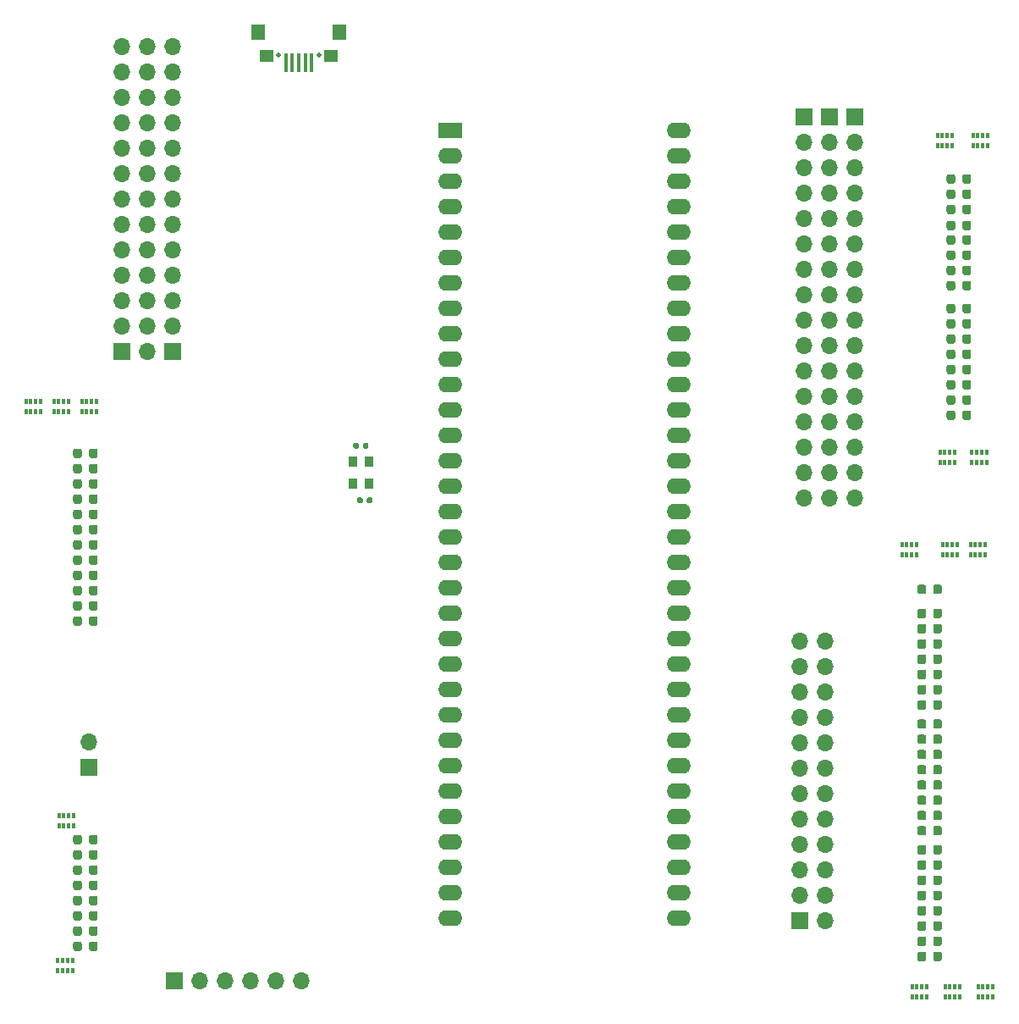
<source format=gbr>
%TF.GenerationSoftware,KiCad,Pcbnew,(5.1.7)-1*%
%TF.CreationDate,2021-06-19T19:49:30+01:00*%
%TF.ProjectId,PistormTester,50697374-6f72-46d5-9465-737465722e6b,rev?*%
%TF.SameCoordinates,Original*%
%TF.FileFunction,Soldermask,Top*%
%TF.FilePolarity,Negative*%
%FSLAX46Y46*%
G04 Gerber Fmt 4.6, Leading zero omitted, Abs format (unit mm)*
G04 Created by KiCad (PCBNEW (5.1.7)-1) date 2021-06-19 19:49:30*
%MOMM*%
%LPD*%
G01*
G04 APERTURE LIST*
%ADD10R,1.700000X1.700000*%
%ADD11O,1.700000X1.700000*%
%ADD12R,0.400000X1.900000*%
%ADD13C,0.500000*%
%ADD14R,1.400000X1.200000*%
%ADD15R,1.400000X1.600000*%
%ADD16R,1.400000X1.500000*%
%ADD17R,0.320000X0.500000*%
%ADD18R,0.900000X1.000000*%
%ADD19R,2.400000X1.600000*%
%ADD20O,2.400000X1.600000*%
G04 APERTURE END LIST*
D10*
%TO.C,J2*%
X163830000Y-147320000D03*
D11*
X166370000Y-147320000D03*
X163830000Y-144780000D03*
X166370000Y-144780000D03*
X163830000Y-142240000D03*
X166370000Y-142240000D03*
X163830000Y-139700000D03*
X166370000Y-139700000D03*
X163830000Y-137160000D03*
X166370000Y-137160000D03*
X163830000Y-134620000D03*
X166370000Y-134620000D03*
X163830000Y-132080000D03*
X166370000Y-132080000D03*
X163830000Y-129540000D03*
X166370000Y-129540000D03*
X163830000Y-127000000D03*
X166370000Y-127000000D03*
X163830000Y-124460000D03*
X166370000Y-124460000D03*
X163830000Y-121920000D03*
X166370000Y-121920000D03*
X163830000Y-119380000D03*
X166370000Y-119380000D03*
%TD*%
%TO.C,C1*%
G36*
G01*
X120088000Y-99992000D02*
X120088000Y-99652000D01*
G75*
G02*
X120228000Y-99512000I140000J0D01*
G01*
X120508000Y-99512000D01*
G75*
G02*
X120648000Y-99652000I0J-140000D01*
G01*
X120648000Y-99992000D01*
G75*
G02*
X120508000Y-100132000I-140000J0D01*
G01*
X120228000Y-100132000D01*
G75*
G02*
X120088000Y-99992000I0J140000D01*
G01*
G37*
G36*
G01*
X119128000Y-99992000D02*
X119128000Y-99652000D01*
G75*
G02*
X119268000Y-99512000I140000J0D01*
G01*
X119548000Y-99512000D01*
G75*
G02*
X119688000Y-99652000I0J-140000D01*
G01*
X119688000Y-99992000D01*
G75*
G02*
X119548000Y-100132000I-140000J0D01*
G01*
X119268000Y-100132000D01*
G75*
G02*
X119128000Y-99992000I0J140000D01*
G01*
G37*
%TD*%
%TO.C,C2*%
G36*
G01*
X121029000Y-105113000D02*
X121029000Y-105453000D01*
G75*
G02*
X120889000Y-105593000I-140000J0D01*
G01*
X120609000Y-105593000D01*
G75*
G02*
X120469000Y-105453000I0J140000D01*
G01*
X120469000Y-105113000D01*
G75*
G02*
X120609000Y-104973000I140000J0D01*
G01*
X120889000Y-104973000D01*
G75*
G02*
X121029000Y-105113000I0J-140000D01*
G01*
G37*
G36*
G01*
X120069000Y-105113000D02*
X120069000Y-105453000D01*
G75*
G02*
X119929000Y-105593000I-140000J0D01*
G01*
X119649000Y-105593000D01*
G75*
G02*
X119509000Y-105453000I0J140000D01*
G01*
X119509000Y-105113000D01*
G75*
G02*
X119649000Y-104973000I140000J0D01*
G01*
X119929000Y-104973000D01*
G75*
G02*
X120069000Y-105113000I0J-140000D01*
G01*
G37*
%TD*%
%TO.C,D1*%
G36*
G01*
X176434000Y-150619750D02*
X176434000Y-151132250D01*
G75*
G02*
X176215250Y-151351000I-218750J0D01*
G01*
X175777750Y-151351000D01*
G75*
G02*
X175559000Y-151132250I0J218750D01*
G01*
X175559000Y-150619750D01*
G75*
G02*
X175777750Y-150401000I218750J0D01*
G01*
X176215250Y-150401000D01*
G75*
G02*
X176434000Y-150619750I0J-218750D01*
G01*
G37*
G36*
G01*
X178009000Y-150619750D02*
X178009000Y-151132250D01*
G75*
G02*
X177790250Y-151351000I-218750J0D01*
G01*
X177352750Y-151351000D01*
G75*
G02*
X177134000Y-151132250I0J218750D01*
G01*
X177134000Y-150619750D01*
G75*
G02*
X177352750Y-150401000I218750J0D01*
G01*
X177790250Y-150401000D01*
G75*
G02*
X178009000Y-150619750I0J-218750D01*
G01*
G37*
%TD*%
%TO.C,D2*%
G36*
G01*
X178009000Y-149095750D02*
X178009000Y-149608250D01*
G75*
G02*
X177790250Y-149827000I-218750J0D01*
G01*
X177352750Y-149827000D01*
G75*
G02*
X177134000Y-149608250I0J218750D01*
G01*
X177134000Y-149095750D01*
G75*
G02*
X177352750Y-148877000I218750J0D01*
G01*
X177790250Y-148877000D01*
G75*
G02*
X178009000Y-149095750I0J-218750D01*
G01*
G37*
G36*
G01*
X176434000Y-149095750D02*
X176434000Y-149608250D01*
G75*
G02*
X176215250Y-149827000I-218750J0D01*
G01*
X175777750Y-149827000D01*
G75*
G02*
X175559000Y-149608250I0J218750D01*
G01*
X175559000Y-149095750D01*
G75*
G02*
X175777750Y-148877000I218750J0D01*
G01*
X176215250Y-148877000D01*
G75*
G02*
X176434000Y-149095750I0J-218750D01*
G01*
G37*
%TD*%
%TO.C,D3*%
G36*
G01*
X176434000Y-147571750D02*
X176434000Y-148084250D01*
G75*
G02*
X176215250Y-148303000I-218750J0D01*
G01*
X175777750Y-148303000D01*
G75*
G02*
X175559000Y-148084250I0J218750D01*
G01*
X175559000Y-147571750D01*
G75*
G02*
X175777750Y-147353000I218750J0D01*
G01*
X176215250Y-147353000D01*
G75*
G02*
X176434000Y-147571750I0J-218750D01*
G01*
G37*
G36*
G01*
X178009000Y-147571750D02*
X178009000Y-148084250D01*
G75*
G02*
X177790250Y-148303000I-218750J0D01*
G01*
X177352750Y-148303000D01*
G75*
G02*
X177134000Y-148084250I0J218750D01*
G01*
X177134000Y-147571750D01*
G75*
G02*
X177352750Y-147353000I218750J0D01*
G01*
X177790250Y-147353000D01*
G75*
G02*
X178009000Y-147571750I0J-218750D01*
G01*
G37*
%TD*%
%TO.C,D4*%
G36*
G01*
X178009000Y-146047750D02*
X178009000Y-146560250D01*
G75*
G02*
X177790250Y-146779000I-218750J0D01*
G01*
X177352750Y-146779000D01*
G75*
G02*
X177134000Y-146560250I0J218750D01*
G01*
X177134000Y-146047750D01*
G75*
G02*
X177352750Y-145829000I218750J0D01*
G01*
X177790250Y-145829000D01*
G75*
G02*
X178009000Y-146047750I0J-218750D01*
G01*
G37*
G36*
G01*
X176434000Y-146047750D02*
X176434000Y-146560250D01*
G75*
G02*
X176215250Y-146779000I-218750J0D01*
G01*
X175777750Y-146779000D01*
G75*
G02*
X175559000Y-146560250I0J218750D01*
G01*
X175559000Y-146047750D01*
G75*
G02*
X175777750Y-145829000I218750J0D01*
G01*
X176215250Y-145829000D01*
G75*
G02*
X176434000Y-146047750I0J-218750D01*
G01*
G37*
%TD*%
%TO.C,D5*%
G36*
G01*
X176434000Y-144523750D02*
X176434000Y-145036250D01*
G75*
G02*
X176215250Y-145255000I-218750J0D01*
G01*
X175777750Y-145255000D01*
G75*
G02*
X175559000Y-145036250I0J218750D01*
G01*
X175559000Y-144523750D01*
G75*
G02*
X175777750Y-144305000I218750J0D01*
G01*
X176215250Y-144305000D01*
G75*
G02*
X176434000Y-144523750I0J-218750D01*
G01*
G37*
G36*
G01*
X178009000Y-144523750D02*
X178009000Y-145036250D01*
G75*
G02*
X177790250Y-145255000I-218750J0D01*
G01*
X177352750Y-145255000D01*
G75*
G02*
X177134000Y-145036250I0J218750D01*
G01*
X177134000Y-144523750D01*
G75*
G02*
X177352750Y-144305000I218750J0D01*
G01*
X177790250Y-144305000D01*
G75*
G02*
X178009000Y-144523750I0J-218750D01*
G01*
G37*
%TD*%
%TO.C,D6*%
G36*
G01*
X178009000Y-142999750D02*
X178009000Y-143512250D01*
G75*
G02*
X177790250Y-143731000I-218750J0D01*
G01*
X177352750Y-143731000D01*
G75*
G02*
X177134000Y-143512250I0J218750D01*
G01*
X177134000Y-142999750D01*
G75*
G02*
X177352750Y-142781000I218750J0D01*
G01*
X177790250Y-142781000D01*
G75*
G02*
X178009000Y-142999750I0J-218750D01*
G01*
G37*
G36*
G01*
X176434000Y-142999750D02*
X176434000Y-143512250D01*
G75*
G02*
X176215250Y-143731000I-218750J0D01*
G01*
X175777750Y-143731000D01*
G75*
G02*
X175559000Y-143512250I0J218750D01*
G01*
X175559000Y-142999750D01*
G75*
G02*
X175777750Y-142781000I218750J0D01*
G01*
X176215250Y-142781000D01*
G75*
G02*
X176434000Y-142999750I0J-218750D01*
G01*
G37*
%TD*%
%TO.C,D7*%
G36*
G01*
X176434000Y-141475750D02*
X176434000Y-141988250D01*
G75*
G02*
X176215250Y-142207000I-218750J0D01*
G01*
X175777750Y-142207000D01*
G75*
G02*
X175559000Y-141988250I0J218750D01*
G01*
X175559000Y-141475750D01*
G75*
G02*
X175777750Y-141257000I218750J0D01*
G01*
X176215250Y-141257000D01*
G75*
G02*
X176434000Y-141475750I0J-218750D01*
G01*
G37*
G36*
G01*
X178009000Y-141475750D02*
X178009000Y-141988250D01*
G75*
G02*
X177790250Y-142207000I-218750J0D01*
G01*
X177352750Y-142207000D01*
G75*
G02*
X177134000Y-141988250I0J218750D01*
G01*
X177134000Y-141475750D01*
G75*
G02*
X177352750Y-141257000I218750J0D01*
G01*
X177790250Y-141257000D01*
G75*
G02*
X178009000Y-141475750I0J-218750D01*
G01*
G37*
%TD*%
%TO.C,D8*%
G36*
G01*
X178009000Y-139951750D02*
X178009000Y-140464250D01*
G75*
G02*
X177790250Y-140683000I-218750J0D01*
G01*
X177352750Y-140683000D01*
G75*
G02*
X177134000Y-140464250I0J218750D01*
G01*
X177134000Y-139951750D01*
G75*
G02*
X177352750Y-139733000I218750J0D01*
G01*
X177790250Y-139733000D01*
G75*
G02*
X178009000Y-139951750I0J-218750D01*
G01*
G37*
G36*
G01*
X176434000Y-139951750D02*
X176434000Y-140464250D01*
G75*
G02*
X176215250Y-140683000I-218750J0D01*
G01*
X175777750Y-140683000D01*
G75*
G02*
X175559000Y-140464250I0J218750D01*
G01*
X175559000Y-139951750D01*
G75*
G02*
X175777750Y-139733000I218750J0D01*
G01*
X176215250Y-139733000D01*
G75*
G02*
X176434000Y-139951750I0J-218750D01*
G01*
G37*
%TD*%
%TO.C,D9*%
G36*
G01*
X176434000Y-138046750D02*
X176434000Y-138559250D01*
G75*
G02*
X176215250Y-138778000I-218750J0D01*
G01*
X175777750Y-138778000D01*
G75*
G02*
X175559000Y-138559250I0J218750D01*
G01*
X175559000Y-138046750D01*
G75*
G02*
X175777750Y-137828000I218750J0D01*
G01*
X176215250Y-137828000D01*
G75*
G02*
X176434000Y-138046750I0J-218750D01*
G01*
G37*
G36*
G01*
X178009000Y-138046750D02*
X178009000Y-138559250D01*
G75*
G02*
X177790250Y-138778000I-218750J0D01*
G01*
X177352750Y-138778000D01*
G75*
G02*
X177134000Y-138559250I0J218750D01*
G01*
X177134000Y-138046750D01*
G75*
G02*
X177352750Y-137828000I218750J0D01*
G01*
X177790250Y-137828000D01*
G75*
G02*
X178009000Y-138046750I0J-218750D01*
G01*
G37*
%TD*%
%TO.C,D10*%
G36*
G01*
X178009000Y-136522750D02*
X178009000Y-137035250D01*
G75*
G02*
X177790250Y-137254000I-218750J0D01*
G01*
X177352750Y-137254000D01*
G75*
G02*
X177134000Y-137035250I0J218750D01*
G01*
X177134000Y-136522750D01*
G75*
G02*
X177352750Y-136304000I218750J0D01*
G01*
X177790250Y-136304000D01*
G75*
G02*
X178009000Y-136522750I0J-218750D01*
G01*
G37*
G36*
G01*
X176434000Y-136522750D02*
X176434000Y-137035250D01*
G75*
G02*
X176215250Y-137254000I-218750J0D01*
G01*
X175777750Y-137254000D01*
G75*
G02*
X175559000Y-137035250I0J218750D01*
G01*
X175559000Y-136522750D01*
G75*
G02*
X175777750Y-136304000I218750J0D01*
G01*
X176215250Y-136304000D01*
G75*
G02*
X176434000Y-136522750I0J-218750D01*
G01*
G37*
%TD*%
%TO.C,D11*%
G36*
G01*
X176434000Y-134998750D02*
X176434000Y-135511250D01*
G75*
G02*
X176215250Y-135730000I-218750J0D01*
G01*
X175777750Y-135730000D01*
G75*
G02*
X175559000Y-135511250I0J218750D01*
G01*
X175559000Y-134998750D01*
G75*
G02*
X175777750Y-134780000I218750J0D01*
G01*
X176215250Y-134780000D01*
G75*
G02*
X176434000Y-134998750I0J-218750D01*
G01*
G37*
G36*
G01*
X178009000Y-134998750D02*
X178009000Y-135511250D01*
G75*
G02*
X177790250Y-135730000I-218750J0D01*
G01*
X177352750Y-135730000D01*
G75*
G02*
X177134000Y-135511250I0J218750D01*
G01*
X177134000Y-134998750D01*
G75*
G02*
X177352750Y-134780000I218750J0D01*
G01*
X177790250Y-134780000D01*
G75*
G02*
X178009000Y-134998750I0J-218750D01*
G01*
G37*
%TD*%
%TO.C,D12*%
G36*
G01*
X178009000Y-133474750D02*
X178009000Y-133987250D01*
G75*
G02*
X177790250Y-134206000I-218750J0D01*
G01*
X177352750Y-134206000D01*
G75*
G02*
X177134000Y-133987250I0J218750D01*
G01*
X177134000Y-133474750D01*
G75*
G02*
X177352750Y-133256000I218750J0D01*
G01*
X177790250Y-133256000D01*
G75*
G02*
X178009000Y-133474750I0J-218750D01*
G01*
G37*
G36*
G01*
X176434000Y-133474750D02*
X176434000Y-133987250D01*
G75*
G02*
X176215250Y-134206000I-218750J0D01*
G01*
X175777750Y-134206000D01*
G75*
G02*
X175559000Y-133987250I0J218750D01*
G01*
X175559000Y-133474750D01*
G75*
G02*
X175777750Y-133256000I218750J0D01*
G01*
X176215250Y-133256000D01*
G75*
G02*
X176434000Y-133474750I0J-218750D01*
G01*
G37*
%TD*%
%TO.C,D13*%
G36*
G01*
X176434000Y-131950750D02*
X176434000Y-132463250D01*
G75*
G02*
X176215250Y-132682000I-218750J0D01*
G01*
X175777750Y-132682000D01*
G75*
G02*
X175559000Y-132463250I0J218750D01*
G01*
X175559000Y-131950750D01*
G75*
G02*
X175777750Y-131732000I218750J0D01*
G01*
X176215250Y-131732000D01*
G75*
G02*
X176434000Y-131950750I0J-218750D01*
G01*
G37*
G36*
G01*
X178009000Y-131950750D02*
X178009000Y-132463250D01*
G75*
G02*
X177790250Y-132682000I-218750J0D01*
G01*
X177352750Y-132682000D01*
G75*
G02*
X177134000Y-132463250I0J218750D01*
G01*
X177134000Y-131950750D01*
G75*
G02*
X177352750Y-131732000I218750J0D01*
G01*
X177790250Y-131732000D01*
G75*
G02*
X178009000Y-131950750I0J-218750D01*
G01*
G37*
%TD*%
%TO.C,D14*%
G36*
G01*
X178009000Y-130426750D02*
X178009000Y-130939250D01*
G75*
G02*
X177790250Y-131158000I-218750J0D01*
G01*
X177352750Y-131158000D01*
G75*
G02*
X177134000Y-130939250I0J218750D01*
G01*
X177134000Y-130426750D01*
G75*
G02*
X177352750Y-130208000I218750J0D01*
G01*
X177790250Y-130208000D01*
G75*
G02*
X178009000Y-130426750I0J-218750D01*
G01*
G37*
G36*
G01*
X176434000Y-130426750D02*
X176434000Y-130939250D01*
G75*
G02*
X176215250Y-131158000I-218750J0D01*
G01*
X175777750Y-131158000D01*
G75*
G02*
X175559000Y-130939250I0J218750D01*
G01*
X175559000Y-130426750D01*
G75*
G02*
X175777750Y-130208000I218750J0D01*
G01*
X176215250Y-130208000D01*
G75*
G02*
X176434000Y-130426750I0J-218750D01*
G01*
G37*
%TD*%
%TO.C,D15*%
G36*
G01*
X176434000Y-128902750D02*
X176434000Y-129415250D01*
G75*
G02*
X176215250Y-129634000I-218750J0D01*
G01*
X175777750Y-129634000D01*
G75*
G02*
X175559000Y-129415250I0J218750D01*
G01*
X175559000Y-128902750D01*
G75*
G02*
X175777750Y-128684000I218750J0D01*
G01*
X176215250Y-128684000D01*
G75*
G02*
X176434000Y-128902750I0J-218750D01*
G01*
G37*
G36*
G01*
X178009000Y-128902750D02*
X178009000Y-129415250D01*
G75*
G02*
X177790250Y-129634000I-218750J0D01*
G01*
X177352750Y-129634000D01*
G75*
G02*
X177134000Y-129415250I0J218750D01*
G01*
X177134000Y-128902750D01*
G75*
G02*
X177352750Y-128684000I218750J0D01*
G01*
X177790250Y-128684000D01*
G75*
G02*
X178009000Y-128902750I0J-218750D01*
G01*
G37*
%TD*%
%TO.C,D16*%
G36*
G01*
X176434000Y-127378750D02*
X176434000Y-127891250D01*
G75*
G02*
X176215250Y-128110000I-218750J0D01*
G01*
X175777750Y-128110000D01*
G75*
G02*
X175559000Y-127891250I0J218750D01*
G01*
X175559000Y-127378750D01*
G75*
G02*
X175777750Y-127160000I218750J0D01*
G01*
X176215250Y-127160000D01*
G75*
G02*
X176434000Y-127378750I0J-218750D01*
G01*
G37*
G36*
G01*
X178009000Y-127378750D02*
X178009000Y-127891250D01*
G75*
G02*
X177790250Y-128110000I-218750J0D01*
G01*
X177352750Y-128110000D01*
G75*
G02*
X177134000Y-127891250I0J218750D01*
G01*
X177134000Y-127378750D01*
G75*
G02*
X177352750Y-127160000I218750J0D01*
G01*
X177790250Y-127160000D01*
G75*
G02*
X178009000Y-127378750I0J-218750D01*
G01*
G37*
%TD*%
%TO.C,D17*%
G36*
G01*
X178009000Y-125473750D02*
X178009000Y-125986250D01*
G75*
G02*
X177790250Y-126205000I-218750J0D01*
G01*
X177352750Y-126205000D01*
G75*
G02*
X177134000Y-125986250I0J218750D01*
G01*
X177134000Y-125473750D01*
G75*
G02*
X177352750Y-125255000I218750J0D01*
G01*
X177790250Y-125255000D01*
G75*
G02*
X178009000Y-125473750I0J-218750D01*
G01*
G37*
G36*
G01*
X176434000Y-125473750D02*
X176434000Y-125986250D01*
G75*
G02*
X176215250Y-126205000I-218750J0D01*
G01*
X175777750Y-126205000D01*
G75*
G02*
X175559000Y-125986250I0J218750D01*
G01*
X175559000Y-125473750D01*
G75*
G02*
X175777750Y-125255000I218750J0D01*
G01*
X176215250Y-125255000D01*
G75*
G02*
X176434000Y-125473750I0J-218750D01*
G01*
G37*
%TD*%
%TO.C,D18*%
G36*
G01*
X176434000Y-123949750D02*
X176434000Y-124462250D01*
G75*
G02*
X176215250Y-124681000I-218750J0D01*
G01*
X175777750Y-124681000D01*
G75*
G02*
X175559000Y-124462250I0J218750D01*
G01*
X175559000Y-123949750D01*
G75*
G02*
X175777750Y-123731000I218750J0D01*
G01*
X176215250Y-123731000D01*
G75*
G02*
X176434000Y-123949750I0J-218750D01*
G01*
G37*
G36*
G01*
X178009000Y-123949750D02*
X178009000Y-124462250D01*
G75*
G02*
X177790250Y-124681000I-218750J0D01*
G01*
X177352750Y-124681000D01*
G75*
G02*
X177134000Y-124462250I0J218750D01*
G01*
X177134000Y-123949750D01*
G75*
G02*
X177352750Y-123731000I218750J0D01*
G01*
X177790250Y-123731000D01*
G75*
G02*
X178009000Y-123949750I0J-218750D01*
G01*
G37*
%TD*%
%TO.C,D19*%
G36*
G01*
X178009000Y-122425750D02*
X178009000Y-122938250D01*
G75*
G02*
X177790250Y-123157000I-218750J0D01*
G01*
X177352750Y-123157000D01*
G75*
G02*
X177134000Y-122938250I0J218750D01*
G01*
X177134000Y-122425750D01*
G75*
G02*
X177352750Y-122207000I218750J0D01*
G01*
X177790250Y-122207000D01*
G75*
G02*
X178009000Y-122425750I0J-218750D01*
G01*
G37*
G36*
G01*
X176434000Y-122425750D02*
X176434000Y-122938250D01*
G75*
G02*
X176215250Y-123157000I-218750J0D01*
G01*
X175777750Y-123157000D01*
G75*
G02*
X175559000Y-122938250I0J218750D01*
G01*
X175559000Y-122425750D01*
G75*
G02*
X175777750Y-122207000I218750J0D01*
G01*
X176215250Y-122207000D01*
G75*
G02*
X176434000Y-122425750I0J-218750D01*
G01*
G37*
%TD*%
%TO.C,D20*%
G36*
G01*
X176434000Y-120901750D02*
X176434000Y-121414250D01*
G75*
G02*
X176215250Y-121633000I-218750J0D01*
G01*
X175777750Y-121633000D01*
G75*
G02*
X175559000Y-121414250I0J218750D01*
G01*
X175559000Y-120901750D01*
G75*
G02*
X175777750Y-120683000I218750J0D01*
G01*
X176215250Y-120683000D01*
G75*
G02*
X176434000Y-120901750I0J-218750D01*
G01*
G37*
G36*
G01*
X178009000Y-120901750D02*
X178009000Y-121414250D01*
G75*
G02*
X177790250Y-121633000I-218750J0D01*
G01*
X177352750Y-121633000D01*
G75*
G02*
X177134000Y-121414250I0J218750D01*
G01*
X177134000Y-120901750D01*
G75*
G02*
X177352750Y-120683000I218750J0D01*
G01*
X177790250Y-120683000D01*
G75*
G02*
X178009000Y-120901750I0J-218750D01*
G01*
G37*
%TD*%
%TO.C,D21*%
G36*
G01*
X178009000Y-119377750D02*
X178009000Y-119890250D01*
G75*
G02*
X177790250Y-120109000I-218750J0D01*
G01*
X177352750Y-120109000D01*
G75*
G02*
X177134000Y-119890250I0J218750D01*
G01*
X177134000Y-119377750D01*
G75*
G02*
X177352750Y-119159000I218750J0D01*
G01*
X177790250Y-119159000D01*
G75*
G02*
X178009000Y-119377750I0J-218750D01*
G01*
G37*
G36*
G01*
X176434000Y-119377750D02*
X176434000Y-119890250D01*
G75*
G02*
X176215250Y-120109000I-218750J0D01*
G01*
X175777750Y-120109000D01*
G75*
G02*
X175559000Y-119890250I0J218750D01*
G01*
X175559000Y-119377750D01*
G75*
G02*
X175777750Y-119159000I218750J0D01*
G01*
X176215250Y-119159000D01*
G75*
G02*
X176434000Y-119377750I0J-218750D01*
G01*
G37*
%TD*%
%TO.C,D22*%
G36*
G01*
X176434000Y-117853750D02*
X176434000Y-118366250D01*
G75*
G02*
X176215250Y-118585000I-218750J0D01*
G01*
X175777750Y-118585000D01*
G75*
G02*
X175559000Y-118366250I0J218750D01*
G01*
X175559000Y-117853750D01*
G75*
G02*
X175777750Y-117635000I218750J0D01*
G01*
X176215250Y-117635000D01*
G75*
G02*
X176434000Y-117853750I0J-218750D01*
G01*
G37*
G36*
G01*
X178009000Y-117853750D02*
X178009000Y-118366250D01*
G75*
G02*
X177790250Y-118585000I-218750J0D01*
G01*
X177352750Y-118585000D01*
G75*
G02*
X177134000Y-118366250I0J218750D01*
G01*
X177134000Y-117853750D01*
G75*
G02*
X177352750Y-117635000I218750J0D01*
G01*
X177790250Y-117635000D01*
G75*
G02*
X178009000Y-117853750I0J-218750D01*
G01*
G37*
%TD*%
%TO.C,D23*%
G36*
G01*
X178009000Y-116329750D02*
X178009000Y-116842250D01*
G75*
G02*
X177790250Y-117061000I-218750J0D01*
G01*
X177352750Y-117061000D01*
G75*
G02*
X177134000Y-116842250I0J218750D01*
G01*
X177134000Y-116329750D01*
G75*
G02*
X177352750Y-116111000I218750J0D01*
G01*
X177790250Y-116111000D01*
G75*
G02*
X178009000Y-116329750I0J-218750D01*
G01*
G37*
G36*
G01*
X176434000Y-116329750D02*
X176434000Y-116842250D01*
G75*
G02*
X176215250Y-117061000I-218750J0D01*
G01*
X175777750Y-117061000D01*
G75*
G02*
X175559000Y-116842250I0J218750D01*
G01*
X175559000Y-116329750D01*
G75*
G02*
X175777750Y-116111000I218750J0D01*
G01*
X176215250Y-116111000D01*
G75*
G02*
X176434000Y-116329750I0J-218750D01*
G01*
G37*
%TD*%
%TO.C,D24*%
G36*
G01*
X176434000Y-113916750D02*
X176434000Y-114429250D01*
G75*
G02*
X176215250Y-114648000I-218750J0D01*
G01*
X175777750Y-114648000D01*
G75*
G02*
X175559000Y-114429250I0J218750D01*
G01*
X175559000Y-113916750D01*
G75*
G02*
X175777750Y-113698000I218750J0D01*
G01*
X176215250Y-113698000D01*
G75*
G02*
X176434000Y-113916750I0J-218750D01*
G01*
G37*
G36*
G01*
X178009000Y-113916750D02*
X178009000Y-114429250D01*
G75*
G02*
X177790250Y-114648000I-218750J0D01*
G01*
X177352750Y-114648000D01*
G75*
G02*
X177134000Y-114429250I0J218750D01*
G01*
X177134000Y-113916750D01*
G75*
G02*
X177352750Y-113698000I218750J0D01*
G01*
X177790250Y-113698000D01*
G75*
G02*
X178009000Y-113916750I0J-218750D01*
G01*
G37*
%TD*%
%TO.C,D25*%
G36*
G01*
X180930000Y-72895750D02*
X180930000Y-73408250D01*
G75*
G02*
X180711250Y-73627000I-218750J0D01*
G01*
X180273750Y-73627000D01*
G75*
G02*
X180055000Y-73408250I0J218750D01*
G01*
X180055000Y-72895750D01*
G75*
G02*
X180273750Y-72677000I218750J0D01*
G01*
X180711250Y-72677000D01*
G75*
G02*
X180930000Y-72895750I0J-218750D01*
G01*
G37*
G36*
G01*
X179355000Y-72895750D02*
X179355000Y-73408250D01*
G75*
G02*
X179136250Y-73627000I-218750J0D01*
G01*
X178698750Y-73627000D01*
G75*
G02*
X178480000Y-73408250I0J218750D01*
G01*
X178480000Y-72895750D01*
G75*
G02*
X178698750Y-72677000I218750J0D01*
G01*
X179136250Y-72677000D01*
G75*
G02*
X179355000Y-72895750I0J-218750D01*
G01*
G37*
%TD*%
%TO.C,D26*%
G36*
G01*
X179355000Y-74419750D02*
X179355000Y-74932250D01*
G75*
G02*
X179136250Y-75151000I-218750J0D01*
G01*
X178698750Y-75151000D01*
G75*
G02*
X178480000Y-74932250I0J218750D01*
G01*
X178480000Y-74419750D01*
G75*
G02*
X178698750Y-74201000I218750J0D01*
G01*
X179136250Y-74201000D01*
G75*
G02*
X179355000Y-74419750I0J-218750D01*
G01*
G37*
G36*
G01*
X180930000Y-74419750D02*
X180930000Y-74932250D01*
G75*
G02*
X180711250Y-75151000I-218750J0D01*
G01*
X180273750Y-75151000D01*
G75*
G02*
X180055000Y-74932250I0J218750D01*
G01*
X180055000Y-74419750D01*
G75*
G02*
X180273750Y-74201000I218750J0D01*
G01*
X180711250Y-74201000D01*
G75*
G02*
X180930000Y-74419750I0J-218750D01*
G01*
G37*
%TD*%
%TO.C,D27*%
G36*
G01*
X179355000Y-75943750D02*
X179355000Y-76456250D01*
G75*
G02*
X179136250Y-76675000I-218750J0D01*
G01*
X178698750Y-76675000D01*
G75*
G02*
X178480000Y-76456250I0J218750D01*
G01*
X178480000Y-75943750D01*
G75*
G02*
X178698750Y-75725000I218750J0D01*
G01*
X179136250Y-75725000D01*
G75*
G02*
X179355000Y-75943750I0J-218750D01*
G01*
G37*
G36*
G01*
X180930000Y-75943750D02*
X180930000Y-76456250D01*
G75*
G02*
X180711250Y-76675000I-218750J0D01*
G01*
X180273750Y-76675000D01*
G75*
G02*
X180055000Y-76456250I0J218750D01*
G01*
X180055000Y-75943750D01*
G75*
G02*
X180273750Y-75725000I218750J0D01*
G01*
X180711250Y-75725000D01*
G75*
G02*
X180930000Y-75943750I0J-218750D01*
G01*
G37*
%TD*%
%TO.C,D28*%
G36*
G01*
X180930000Y-77549949D02*
X180930000Y-78062449D01*
G75*
G02*
X180711250Y-78281199I-218750J0D01*
G01*
X180273750Y-78281199D01*
G75*
G02*
X180055000Y-78062449I0J218750D01*
G01*
X180055000Y-77549949D01*
G75*
G02*
X180273750Y-77331199I218750J0D01*
G01*
X180711250Y-77331199D01*
G75*
G02*
X180930000Y-77549949I0J-218750D01*
G01*
G37*
G36*
G01*
X179355000Y-77549949D02*
X179355000Y-78062449D01*
G75*
G02*
X179136250Y-78281199I-218750J0D01*
G01*
X178698750Y-78281199D01*
G75*
G02*
X178480000Y-78062449I0J218750D01*
G01*
X178480000Y-77549949D01*
G75*
G02*
X178698750Y-77331199I218750J0D01*
G01*
X179136250Y-77331199D01*
G75*
G02*
X179355000Y-77549949I0J-218750D01*
G01*
G37*
%TD*%
%TO.C,D29*%
G36*
G01*
X180930000Y-78991750D02*
X180930000Y-79504250D01*
G75*
G02*
X180711250Y-79723000I-218750J0D01*
G01*
X180273750Y-79723000D01*
G75*
G02*
X180055000Y-79504250I0J218750D01*
G01*
X180055000Y-78991750D01*
G75*
G02*
X180273750Y-78773000I218750J0D01*
G01*
X180711250Y-78773000D01*
G75*
G02*
X180930000Y-78991750I0J-218750D01*
G01*
G37*
G36*
G01*
X179355000Y-78991750D02*
X179355000Y-79504250D01*
G75*
G02*
X179136250Y-79723000I-218750J0D01*
G01*
X178698750Y-79723000D01*
G75*
G02*
X178480000Y-79504250I0J218750D01*
G01*
X178480000Y-78991750D01*
G75*
G02*
X178698750Y-78773000I218750J0D01*
G01*
X179136250Y-78773000D01*
G75*
G02*
X179355000Y-78991750I0J-218750D01*
G01*
G37*
%TD*%
%TO.C,D30*%
G36*
G01*
X179355000Y-80515750D02*
X179355000Y-81028250D01*
G75*
G02*
X179136250Y-81247000I-218750J0D01*
G01*
X178698750Y-81247000D01*
G75*
G02*
X178480000Y-81028250I0J218750D01*
G01*
X178480000Y-80515750D01*
G75*
G02*
X178698750Y-80297000I218750J0D01*
G01*
X179136250Y-80297000D01*
G75*
G02*
X179355000Y-80515750I0J-218750D01*
G01*
G37*
G36*
G01*
X180930000Y-80515750D02*
X180930000Y-81028250D01*
G75*
G02*
X180711250Y-81247000I-218750J0D01*
G01*
X180273750Y-81247000D01*
G75*
G02*
X180055000Y-81028250I0J218750D01*
G01*
X180055000Y-80515750D01*
G75*
G02*
X180273750Y-80297000I218750J0D01*
G01*
X180711250Y-80297000D01*
G75*
G02*
X180930000Y-80515750I0J-218750D01*
G01*
G37*
%TD*%
%TO.C,D31*%
G36*
G01*
X180930000Y-82039750D02*
X180930000Y-82552250D01*
G75*
G02*
X180711250Y-82771000I-218750J0D01*
G01*
X180273750Y-82771000D01*
G75*
G02*
X180055000Y-82552250I0J218750D01*
G01*
X180055000Y-82039750D01*
G75*
G02*
X180273750Y-81821000I218750J0D01*
G01*
X180711250Y-81821000D01*
G75*
G02*
X180930000Y-82039750I0J-218750D01*
G01*
G37*
G36*
G01*
X179355000Y-82039750D02*
X179355000Y-82552250D01*
G75*
G02*
X179136250Y-82771000I-218750J0D01*
G01*
X178698750Y-82771000D01*
G75*
G02*
X178480000Y-82552250I0J218750D01*
G01*
X178480000Y-82039750D01*
G75*
G02*
X178698750Y-81821000I218750J0D01*
G01*
X179136250Y-81821000D01*
G75*
G02*
X179355000Y-82039750I0J-218750D01*
G01*
G37*
%TD*%
%TO.C,D32*%
G36*
G01*
X179355000Y-83563750D02*
X179355000Y-84076250D01*
G75*
G02*
X179136250Y-84295000I-218750J0D01*
G01*
X178698750Y-84295000D01*
G75*
G02*
X178480000Y-84076250I0J218750D01*
G01*
X178480000Y-83563750D01*
G75*
G02*
X178698750Y-83345000I218750J0D01*
G01*
X179136250Y-83345000D01*
G75*
G02*
X179355000Y-83563750I0J-218750D01*
G01*
G37*
G36*
G01*
X180930000Y-83563750D02*
X180930000Y-84076250D01*
G75*
G02*
X180711250Y-84295000I-218750J0D01*
G01*
X180273750Y-84295000D01*
G75*
G02*
X180055000Y-84076250I0J218750D01*
G01*
X180055000Y-83563750D01*
G75*
G02*
X180273750Y-83345000I218750J0D01*
G01*
X180711250Y-83345000D01*
G75*
G02*
X180930000Y-83563750I0J-218750D01*
G01*
G37*
%TD*%
%TO.C,D33*%
G36*
G01*
X180930000Y-85849750D02*
X180930000Y-86362250D01*
G75*
G02*
X180711250Y-86581000I-218750J0D01*
G01*
X180273750Y-86581000D01*
G75*
G02*
X180055000Y-86362250I0J218750D01*
G01*
X180055000Y-85849750D01*
G75*
G02*
X180273750Y-85631000I218750J0D01*
G01*
X180711250Y-85631000D01*
G75*
G02*
X180930000Y-85849750I0J-218750D01*
G01*
G37*
G36*
G01*
X179355000Y-85849750D02*
X179355000Y-86362250D01*
G75*
G02*
X179136250Y-86581000I-218750J0D01*
G01*
X178698750Y-86581000D01*
G75*
G02*
X178480000Y-86362250I0J218750D01*
G01*
X178480000Y-85849750D01*
G75*
G02*
X178698750Y-85631000I218750J0D01*
G01*
X179136250Y-85631000D01*
G75*
G02*
X179355000Y-85849750I0J-218750D01*
G01*
G37*
%TD*%
%TO.C,D34*%
G36*
G01*
X179355000Y-87373750D02*
X179355000Y-87886250D01*
G75*
G02*
X179136250Y-88105000I-218750J0D01*
G01*
X178698750Y-88105000D01*
G75*
G02*
X178480000Y-87886250I0J218750D01*
G01*
X178480000Y-87373750D01*
G75*
G02*
X178698750Y-87155000I218750J0D01*
G01*
X179136250Y-87155000D01*
G75*
G02*
X179355000Y-87373750I0J-218750D01*
G01*
G37*
G36*
G01*
X180930000Y-87373750D02*
X180930000Y-87886250D01*
G75*
G02*
X180711250Y-88105000I-218750J0D01*
G01*
X180273750Y-88105000D01*
G75*
G02*
X180055000Y-87886250I0J218750D01*
G01*
X180055000Y-87373750D01*
G75*
G02*
X180273750Y-87155000I218750J0D01*
G01*
X180711250Y-87155000D01*
G75*
G02*
X180930000Y-87373750I0J-218750D01*
G01*
G37*
%TD*%
%TO.C,D35*%
G36*
G01*
X179355000Y-88897750D02*
X179355000Y-89410250D01*
G75*
G02*
X179136250Y-89629000I-218750J0D01*
G01*
X178698750Y-89629000D01*
G75*
G02*
X178480000Y-89410250I0J218750D01*
G01*
X178480000Y-88897750D01*
G75*
G02*
X178698750Y-88679000I218750J0D01*
G01*
X179136250Y-88679000D01*
G75*
G02*
X179355000Y-88897750I0J-218750D01*
G01*
G37*
G36*
G01*
X180930000Y-88897750D02*
X180930000Y-89410250D01*
G75*
G02*
X180711250Y-89629000I-218750J0D01*
G01*
X180273750Y-89629000D01*
G75*
G02*
X180055000Y-89410250I0J218750D01*
G01*
X180055000Y-88897750D01*
G75*
G02*
X180273750Y-88679000I218750J0D01*
G01*
X180711250Y-88679000D01*
G75*
G02*
X180930000Y-88897750I0J-218750D01*
G01*
G37*
%TD*%
%TO.C,D36*%
G36*
G01*
X180930000Y-90421750D02*
X180930000Y-90934250D01*
G75*
G02*
X180711250Y-91153000I-218750J0D01*
G01*
X180273750Y-91153000D01*
G75*
G02*
X180055000Y-90934250I0J218750D01*
G01*
X180055000Y-90421750D01*
G75*
G02*
X180273750Y-90203000I218750J0D01*
G01*
X180711250Y-90203000D01*
G75*
G02*
X180930000Y-90421750I0J-218750D01*
G01*
G37*
G36*
G01*
X179355000Y-90421750D02*
X179355000Y-90934250D01*
G75*
G02*
X179136250Y-91153000I-218750J0D01*
G01*
X178698750Y-91153000D01*
G75*
G02*
X178480000Y-90934250I0J218750D01*
G01*
X178480000Y-90421750D01*
G75*
G02*
X178698750Y-90203000I218750J0D01*
G01*
X179136250Y-90203000D01*
G75*
G02*
X179355000Y-90421750I0J-218750D01*
G01*
G37*
%TD*%
%TO.C,D37*%
G36*
G01*
X179355000Y-91945750D02*
X179355000Y-92458250D01*
G75*
G02*
X179136250Y-92677000I-218750J0D01*
G01*
X178698750Y-92677000D01*
G75*
G02*
X178480000Y-92458250I0J218750D01*
G01*
X178480000Y-91945750D01*
G75*
G02*
X178698750Y-91727000I218750J0D01*
G01*
X179136250Y-91727000D01*
G75*
G02*
X179355000Y-91945750I0J-218750D01*
G01*
G37*
G36*
G01*
X180930000Y-91945750D02*
X180930000Y-92458250D01*
G75*
G02*
X180711250Y-92677000I-218750J0D01*
G01*
X180273750Y-92677000D01*
G75*
G02*
X180055000Y-92458250I0J218750D01*
G01*
X180055000Y-91945750D01*
G75*
G02*
X180273750Y-91727000I218750J0D01*
G01*
X180711250Y-91727000D01*
G75*
G02*
X180930000Y-91945750I0J-218750D01*
G01*
G37*
%TD*%
%TO.C,D38*%
G36*
G01*
X179355000Y-93469750D02*
X179355000Y-93982250D01*
G75*
G02*
X179136250Y-94201000I-218750J0D01*
G01*
X178698750Y-94201000D01*
G75*
G02*
X178480000Y-93982250I0J218750D01*
G01*
X178480000Y-93469750D01*
G75*
G02*
X178698750Y-93251000I218750J0D01*
G01*
X179136250Y-93251000D01*
G75*
G02*
X179355000Y-93469750I0J-218750D01*
G01*
G37*
G36*
G01*
X180930000Y-93469750D02*
X180930000Y-93982250D01*
G75*
G02*
X180711250Y-94201000I-218750J0D01*
G01*
X180273750Y-94201000D01*
G75*
G02*
X180055000Y-93982250I0J218750D01*
G01*
X180055000Y-93469750D01*
G75*
G02*
X180273750Y-93251000I218750J0D01*
G01*
X180711250Y-93251000D01*
G75*
G02*
X180930000Y-93469750I0J-218750D01*
G01*
G37*
%TD*%
%TO.C,D39*%
G36*
G01*
X180930000Y-94993750D02*
X180930000Y-95506250D01*
G75*
G02*
X180711250Y-95725000I-218750J0D01*
G01*
X180273750Y-95725000D01*
G75*
G02*
X180055000Y-95506250I0J218750D01*
G01*
X180055000Y-94993750D01*
G75*
G02*
X180273750Y-94775000I218750J0D01*
G01*
X180711250Y-94775000D01*
G75*
G02*
X180930000Y-94993750I0J-218750D01*
G01*
G37*
G36*
G01*
X179355000Y-94993750D02*
X179355000Y-95506250D01*
G75*
G02*
X179136250Y-95725000I-218750J0D01*
G01*
X178698750Y-95725000D01*
G75*
G02*
X178480000Y-95506250I0J218750D01*
G01*
X178480000Y-94993750D01*
G75*
G02*
X178698750Y-94775000I218750J0D01*
G01*
X179136250Y-94775000D01*
G75*
G02*
X179355000Y-94993750I0J-218750D01*
G01*
G37*
%TD*%
%TO.C,D40*%
G36*
G01*
X180930000Y-96517750D02*
X180930000Y-97030250D01*
G75*
G02*
X180711250Y-97249000I-218750J0D01*
G01*
X180273750Y-97249000D01*
G75*
G02*
X180055000Y-97030250I0J218750D01*
G01*
X180055000Y-96517750D01*
G75*
G02*
X180273750Y-96299000I218750J0D01*
G01*
X180711250Y-96299000D01*
G75*
G02*
X180930000Y-96517750I0J-218750D01*
G01*
G37*
G36*
G01*
X179355000Y-96517750D02*
X179355000Y-97030250D01*
G75*
G02*
X179136250Y-97249000I-218750J0D01*
G01*
X178698750Y-97249000D01*
G75*
G02*
X178480000Y-97030250I0J218750D01*
G01*
X178480000Y-96517750D01*
G75*
G02*
X178698750Y-96299000I218750J0D01*
G01*
X179136250Y-96299000D01*
G75*
G02*
X179355000Y-96517750I0J-218750D01*
G01*
G37*
%TD*%
%TO.C,D41*%
G36*
G01*
X91104000Y-117604250D02*
X91104000Y-117091750D01*
G75*
G02*
X91322750Y-116873000I218750J0D01*
G01*
X91760250Y-116873000D01*
G75*
G02*
X91979000Y-117091750I0J-218750D01*
G01*
X91979000Y-117604250D01*
G75*
G02*
X91760250Y-117823000I-218750J0D01*
G01*
X91322750Y-117823000D01*
G75*
G02*
X91104000Y-117604250I0J218750D01*
G01*
G37*
G36*
G01*
X92679000Y-117604250D02*
X92679000Y-117091750D01*
G75*
G02*
X92897750Y-116873000I218750J0D01*
G01*
X93335250Y-116873000D01*
G75*
G02*
X93554000Y-117091750I0J-218750D01*
G01*
X93554000Y-117604250D01*
G75*
G02*
X93335250Y-117823000I-218750J0D01*
G01*
X92897750Y-117823000D01*
G75*
G02*
X92679000Y-117604250I0J218750D01*
G01*
G37*
%TD*%
%TO.C,D42*%
G36*
G01*
X92679000Y-116080250D02*
X92679000Y-115567750D01*
G75*
G02*
X92897750Y-115349000I218750J0D01*
G01*
X93335250Y-115349000D01*
G75*
G02*
X93554000Y-115567750I0J-218750D01*
G01*
X93554000Y-116080250D01*
G75*
G02*
X93335250Y-116299000I-218750J0D01*
G01*
X92897750Y-116299000D01*
G75*
G02*
X92679000Y-116080250I0J218750D01*
G01*
G37*
G36*
G01*
X91104000Y-116080250D02*
X91104000Y-115567750D01*
G75*
G02*
X91322750Y-115349000I218750J0D01*
G01*
X91760250Y-115349000D01*
G75*
G02*
X91979000Y-115567750I0J-218750D01*
G01*
X91979000Y-116080250D01*
G75*
G02*
X91760250Y-116299000I-218750J0D01*
G01*
X91322750Y-116299000D01*
G75*
G02*
X91104000Y-116080250I0J218750D01*
G01*
G37*
%TD*%
%TO.C,D43*%
G36*
G01*
X91104000Y-114556250D02*
X91104000Y-114043750D01*
G75*
G02*
X91322750Y-113825000I218750J0D01*
G01*
X91760250Y-113825000D01*
G75*
G02*
X91979000Y-114043750I0J-218750D01*
G01*
X91979000Y-114556250D01*
G75*
G02*
X91760250Y-114775000I-218750J0D01*
G01*
X91322750Y-114775000D01*
G75*
G02*
X91104000Y-114556250I0J218750D01*
G01*
G37*
G36*
G01*
X92679000Y-114556250D02*
X92679000Y-114043750D01*
G75*
G02*
X92897750Y-113825000I218750J0D01*
G01*
X93335250Y-113825000D01*
G75*
G02*
X93554000Y-114043750I0J-218750D01*
G01*
X93554000Y-114556250D01*
G75*
G02*
X93335250Y-114775000I-218750J0D01*
G01*
X92897750Y-114775000D01*
G75*
G02*
X92679000Y-114556250I0J218750D01*
G01*
G37*
%TD*%
%TO.C,D44*%
G36*
G01*
X91104000Y-113032250D02*
X91104000Y-112519750D01*
G75*
G02*
X91322750Y-112301000I218750J0D01*
G01*
X91760250Y-112301000D01*
G75*
G02*
X91979000Y-112519750I0J-218750D01*
G01*
X91979000Y-113032250D01*
G75*
G02*
X91760250Y-113251000I-218750J0D01*
G01*
X91322750Y-113251000D01*
G75*
G02*
X91104000Y-113032250I0J218750D01*
G01*
G37*
G36*
G01*
X92679000Y-113032250D02*
X92679000Y-112519750D01*
G75*
G02*
X92897750Y-112301000I218750J0D01*
G01*
X93335250Y-112301000D01*
G75*
G02*
X93554000Y-112519750I0J-218750D01*
G01*
X93554000Y-113032250D01*
G75*
G02*
X93335250Y-113251000I-218750J0D01*
G01*
X92897750Y-113251000D01*
G75*
G02*
X92679000Y-113032250I0J218750D01*
G01*
G37*
%TD*%
%TO.C,D45*%
G36*
G01*
X92679000Y-111508250D02*
X92679000Y-110995750D01*
G75*
G02*
X92897750Y-110777000I218750J0D01*
G01*
X93335250Y-110777000D01*
G75*
G02*
X93554000Y-110995750I0J-218750D01*
G01*
X93554000Y-111508250D01*
G75*
G02*
X93335250Y-111727000I-218750J0D01*
G01*
X92897750Y-111727000D01*
G75*
G02*
X92679000Y-111508250I0J218750D01*
G01*
G37*
G36*
G01*
X91104000Y-111508250D02*
X91104000Y-110995750D01*
G75*
G02*
X91322750Y-110777000I218750J0D01*
G01*
X91760250Y-110777000D01*
G75*
G02*
X91979000Y-110995750I0J-218750D01*
G01*
X91979000Y-111508250D01*
G75*
G02*
X91760250Y-111727000I-218750J0D01*
G01*
X91322750Y-111727000D01*
G75*
G02*
X91104000Y-111508250I0J218750D01*
G01*
G37*
%TD*%
%TO.C,D46*%
G36*
G01*
X91104000Y-109984250D02*
X91104000Y-109471750D01*
G75*
G02*
X91322750Y-109253000I218750J0D01*
G01*
X91760250Y-109253000D01*
G75*
G02*
X91979000Y-109471750I0J-218750D01*
G01*
X91979000Y-109984250D01*
G75*
G02*
X91760250Y-110203000I-218750J0D01*
G01*
X91322750Y-110203000D01*
G75*
G02*
X91104000Y-109984250I0J218750D01*
G01*
G37*
G36*
G01*
X92679000Y-109984250D02*
X92679000Y-109471750D01*
G75*
G02*
X92897750Y-109253000I218750J0D01*
G01*
X93335250Y-109253000D01*
G75*
G02*
X93554000Y-109471750I0J-218750D01*
G01*
X93554000Y-109984250D01*
G75*
G02*
X93335250Y-110203000I-218750J0D01*
G01*
X92897750Y-110203000D01*
G75*
G02*
X92679000Y-109984250I0J218750D01*
G01*
G37*
%TD*%
%TO.C,D47*%
G36*
G01*
X91104000Y-108460250D02*
X91104000Y-107947750D01*
G75*
G02*
X91322750Y-107729000I218750J0D01*
G01*
X91760250Y-107729000D01*
G75*
G02*
X91979000Y-107947750I0J-218750D01*
G01*
X91979000Y-108460250D01*
G75*
G02*
X91760250Y-108679000I-218750J0D01*
G01*
X91322750Y-108679000D01*
G75*
G02*
X91104000Y-108460250I0J218750D01*
G01*
G37*
G36*
G01*
X92679000Y-108460250D02*
X92679000Y-107947750D01*
G75*
G02*
X92897750Y-107729000I218750J0D01*
G01*
X93335250Y-107729000D01*
G75*
G02*
X93554000Y-107947750I0J-218750D01*
G01*
X93554000Y-108460250D01*
G75*
G02*
X93335250Y-108679000I-218750J0D01*
G01*
X92897750Y-108679000D01*
G75*
G02*
X92679000Y-108460250I0J218750D01*
G01*
G37*
%TD*%
%TO.C,D48*%
G36*
G01*
X92679000Y-106936250D02*
X92679000Y-106423750D01*
G75*
G02*
X92897750Y-106205000I218750J0D01*
G01*
X93335250Y-106205000D01*
G75*
G02*
X93554000Y-106423750I0J-218750D01*
G01*
X93554000Y-106936250D01*
G75*
G02*
X93335250Y-107155000I-218750J0D01*
G01*
X92897750Y-107155000D01*
G75*
G02*
X92679000Y-106936250I0J218750D01*
G01*
G37*
G36*
G01*
X91104000Y-106936250D02*
X91104000Y-106423750D01*
G75*
G02*
X91322750Y-106205000I218750J0D01*
G01*
X91760250Y-106205000D01*
G75*
G02*
X91979000Y-106423750I0J-218750D01*
G01*
X91979000Y-106936250D01*
G75*
G02*
X91760250Y-107155000I-218750J0D01*
G01*
X91322750Y-107155000D01*
G75*
G02*
X91104000Y-106936250I0J218750D01*
G01*
G37*
%TD*%
%TO.C,D49*%
G36*
G01*
X91104000Y-105412250D02*
X91104000Y-104899750D01*
G75*
G02*
X91322750Y-104681000I218750J0D01*
G01*
X91760250Y-104681000D01*
G75*
G02*
X91979000Y-104899750I0J-218750D01*
G01*
X91979000Y-105412250D01*
G75*
G02*
X91760250Y-105631000I-218750J0D01*
G01*
X91322750Y-105631000D01*
G75*
G02*
X91104000Y-105412250I0J218750D01*
G01*
G37*
G36*
G01*
X92679000Y-105412250D02*
X92679000Y-104899750D01*
G75*
G02*
X92897750Y-104681000I218750J0D01*
G01*
X93335250Y-104681000D01*
G75*
G02*
X93554000Y-104899750I0J-218750D01*
G01*
X93554000Y-105412250D01*
G75*
G02*
X93335250Y-105631000I-218750J0D01*
G01*
X92897750Y-105631000D01*
G75*
G02*
X92679000Y-105412250I0J218750D01*
G01*
G37*
%TD*%
%TO.C,D50*%
G36*
G01*
X92679000Y-103888250D02*
X92679000Y-103375750D01*
G75*
G02*
X92897750Y-103157000I218750J0D01*
G01*
X93335250Y-103157000D01*
G75*
G02*
X93554000Y-103375750I0J-218750D01*
G01*
X93554000Y-103888250D01*
G75*
G02*
X93335250Y-104107000I-218750J0D01*
G01*
X92897750Y-104107000D01*
G75*
G02*
X92679000Y-103888250I0J218750D01*
G01*
G37*
G36*
G01*
X91104000Y-103888250D02*
X91104000Y-103375750D01*
G75*
G02*
X91322750Y-103157000I218750J0D01*
G01*
X91760250Y-103157000D01*
G75*
G02*
X91979000Y-103375750I0J-218750D01*
G01*
X91979000Y-103888250D01*
G75*
G02*
X91760250Y-104107000I-218750J0D01*
G01*
X91322750Y-104107000D01*
G75*
G02*
X91104000Y-103888250I0J218750D01*
G01*
G37*
%TD*%
%TO.C,D51*%
G36*
G01*
X91104000Y-102364250D02*
X91104000Y-101851750D01*
G75*
G02*
X91322750Y-101633000I218750J0D01*
G01*
X91760250Y-101633000D01*
G75*
G02*
X91979000Y-101851750I0J-218750D01*
G01*
X91979000Y-102364250D01*
G75*
G02*
X91760250Y-102583000I-218750J0D01*
G01*
X91322750Y-102583000D01*
G75*
G02*
X91104000Y-102364250I0J218750D01*
G01*
G37*
G36*
G01*
X92679000Y-102364250D02*
X92679000Y-101851750D01*
G75*
G02*
X92897750Y-101633000I218750J0D01*
G01*
X93335250Y-101633000D01*
G75*
G02*
X93554000Y-101851750I0J-218750D01*
G01*
X93554000Y-102364250D01*
G75*
G02*
X93335250Y-102583000I-218750J0D01*
G01*
X92897750Y-102583000D01*
G75*
G02*
X92679000Y-102364250I0J218750D01*
G01*
G37*
%TD*%
%TO.C,D52*%
G36*
G01*
X92679000Y-100840250D02*
X92679000Y-100327750D01*
G75*
G02*
X92897750Y-100109000I218750J0D01*
G01*
X93335250Y-100109000D01*
G75*
G02*
X93554000Y-100327750I0J-218750D01*
G01*
X93554000Y-100840250D01*
G75*
G02*
X93335250Y-101059000I-218750J0D01*
G01*
X92897750Y-101059000D01*
G75*
G02*
X92679000Y-100840250I0J218750D01*
G01*
G37*
G36*
G01*
X91104000Y-100840250D02*
X91104000Y-100327750D01*
G75*
G02*
X91322750Y-100109000I218750J0D01*
G01*
X91760250Y-100109000D01*
G75*
G02*
X91979000Y-100327750I0J-218750D01*
G01*
X91979000Y-100840250D01*
G75*
G02*
X91760250Y-101059000I-218750J0D01*
G01*
X91322750Y-101059000D01*
G75*
G02*
X91104000Y-100840250I0J218750D01*
G01*
G37*
%TD*%
%TO.C,D53*%
G36*
G01*
X91104000Y-150116250D02*
X91104000Y-149603750D01*
G75*
G02*
X91322750Y-149385000I218750J0D01*
G01*
X91760250Y-149385000D01*
G75*
G02*
X91979000Y-149603750I0J-218750D01*
G01*
X91979000Y-150116250D01*
G75*
G02*
X91760250Y-150335000I-218750J0D01*
G01*
X91322750Y-150335000D01*
G75*
G02*
X91104000Y-150116250I0J218750D01*
G01*
G37*
G36*
G01*
X92679000Y-150116250D02*
X92679000Y-149603750D01*
G75*
G02*
X92897750Y-149385000I218750J0D01*
G01*
X93335250Y-149385000D01*
G75*
G02*
X93554000Y-149603750I0J-218750D01*
G01*
X93554000Y-150116250D01*
G75*
G02*
X93335250Y-150335000I-218750J0D01*
G01*
X92897750Y-150335000D01*
G75*
G02*
X92679000Y-150116250I0J218750D01*
G01*
G37*
%TD*%
%TO.C,D54*%
G36*
G01*
X92679000Y-148592250D02*
X92679000Y-148079750D01*
G75*
G02*
X92897750Y-147861000I218750J0D01*
G01*
X93335250Y-147861000D01*
G75*
G02*
X93554000Y-148079750I0J-218750D01*
G01*
X93554000Y-148592250D01*
G75*
G02*
X93335250Y-148811000I-218750J0D01*
G01*
X92897750Y-148811000D01*
G75*
G02*
X92679000Y-148592250I0J218750D01*
G01*
G37*
G36*
G01*
X91104000Y-148592250D02*
X91104000Y-148079750D01*
G75*
G02*
X91322750Y-147861000I218750J0D01*
G01*
X91760250Y-147861000D01*
G75*
G02*
X91979000Y-148079750I0J-218750D01*
G01*
X91979000Y-148592250D01*
G75*
G02*
X91760250Y-148811000I-218750J0D01*
G01*
X91322750Y-148811000D01*
G75*
G02*
X91104000Y-148592250I0J218750D01*
G01*
G37*
%TD*%
%TO.C,D55*%
G36*
G01*
X92679000Y-147068250D02*
X92679000Y-146555750D01*
G75*
G02*
X92897750Y-146337000I218750J0D01*
G01*
X93335250Y-146337000D01*
G75*
G02*
X93554000Y-146555750I0J-218750D01*
G01*
X93554000Y-147068250D01*
G75*
G02*
X93335250Y-147287000I-218750J0D01*
G01*
X92897750Y-147287000D01*
G75*
G02*
X92679000Y-147068250I0J218750D01*
G01*
G37*
G36*
G01*
X91104000Y-147068250D02*
X91104000Y-146555750D01*
G75*
G02*
X91322750Y-146337000I218750J0D01*
G01*
X91760250Y-146337000D01*
G75*
G02*
X91979000Y-146555750I0J-218750D01*
G01*
X91979000Y-147068250D01*
G75*
G02*
X91760250Y-147287000I-218750J0D01*
G01*
X91322750Y-147287000D01*
G75*
G02*
X91104000Y-147068250I0J218750D01*
G01*
G37*
%TD*%
%TO.C,D56*%
G36*
G01*
X91104000Y-145544250D02*
X91104000Y-145031750D01*
G75*
G02*
X91322750Y-144813000I218750J0D01*
G01*
X91760250Y-144813000D01*
G75*
G02*
X91979000Y-145031750I0J-218750D01*
G01*
X91979000Y-145544250D01*
G75*
G02*
X91760250Y-145763000I-218750J0D01*
G01*
X91322750Y-145763000D01*
G75*
G02*
X91104000Y-145544250I0J218750D01*
G01*
G37*
G36*
G01*
X92679000Y-145544250D02*
X92679000Y-145031750D01*
G75*
G02*
X92897750Y-144813000I218750J0D01*
G01*
X93335250Y-144813000D01*
G75*
G02*
X93554000Y-145031750I0J-218750D01*
G01*
X93554000Y-145544250D01*
G75*
G02*
X93335250Y-145763000I-218750J0D01*
G01*
X92897750Y-145763000D01*
G75*
G02*
X92679000Y-145544250I0J218750D01*
G01*
G37*
%TD*%
%TO.C,D57*%
G36*
G01*
X92679000Y-144020250D02*
X92679000Y-143507750D01*
G75*
G02*
X92897750Y-143289000I218750J0D01*
G01*
X93335250Y-143289000D01*
G75*
G02*
X93554000Y-143507750I0J-218750D01*
G01*
X93554000Y-144020250D01*
G75*
G02*
X93335250Y-144239000I-218750J0D01*
G01*
X92897750Y-144239000D01*
G75*
G02*
X92679000Y-144020250I0J218750D01*
G01*
G37*
G36*
G01*
X91104000Y-144020250D02*
X91104000Y-143507750D01*
G75*
G02*
X91322750Y-143289000I218750J0D01*
G01*
X91760250Y-143289000D01*
G75*
G02*
X91979000Y-143507750I0J-218750D01*
G01*
X91979000Y-144020250D01*
G75*
G02*
X91760250Y-144239000I-218750J0D01*
G01*
X91322750Y-144239000D01*
G75*
G02*
X91104000Y-144020250I0J218750D01*
G01*
G37*
%TD*%
%TO.C,D58*%
G36*
G01*
X91104000Y-142496250D02*
X91104000Y-141983750D01*
G75*
G02*
X91322750Y-141765000I218750J0D01*
G01*
X91760250Y-141765000D01*
G75*
G02*
X91979000Y-141983750I0J-218750D01*
G01*
X91979000Y-142496250D01*
G75*
G02*
X91760250Y-142715000I-218750J0D01*
G01*
X91322750Y-142715000D01*
G75*
G02*
X91104000Y-142496250I0J218750D01*
G01*
G37*
G36*
G01*
X92679000Y-142496250D02*
X92679000Y-141983750D01*
G75*
G02*
X92897750Y-141765000I218750J0D01*
G01*
X93335250Y-141765000D01*
G75*
G02*
X93554000Y-141983750I0J-218750D01*
G01*
X93554000Y-142496250D01*
G75*
G02*
X93335250Y-142715000I-218750J0D01*
G01*
X92897750Y-142715000D01*
G75*
G02*
X92679000Y-142496250I0J218750D01*
G01*
G37*
%TD*%
%TO.C,D59*%
G36*
G01*
X92679000Y-140972250D02*
X92679000Y-140459750D01*
G75*
G02*
X92897750Y-140241000I218750J0D01*
G01*
X93335250Y-140241000D01*
G75*
G02*
X93554000Y-140459750I0J-218750D01*
G01*
X93554000Y-140972250D01*
G75*
G02*
X93335250Y-141191000I-218750J0D01*
G01*
X92897750Y-141191000D01*
G75*
G02*
X92679000Y-140972250I0J218750D01*
G01*
G37*
G36*
G01*
X91104000Y-140972250D02*
X91104000Y-140459750D01*
G75*
G02*
X91322750Y-140241000I218750J0D01*
G01*
X91760250Y-140241000D01*
G75*
G02*
X91979000Y-140459750I0J-218750D01*
G01*
X91979000Y-140972250D01*
G75*
G02*
X91760250Y-141191000I-218750J0D01*
G01*
X91322750Y-141191000D01*
G75*
G02*
X91104000Y-140972250I0J218750D01*
G01*
G37*
%TD*%
%TO.C,D60*%
G36*
G01*
X91104000Y-139448250D02*
X91104000Y-138935750D01*
G75*
G02*
X91322750Y-138717000I218750J0D01*
G01*
X91760250Y-138717000D01*
G75*
G02*
X91979000Y-138935750I0J-218750D01*
G01*
X91979000Y-139448250D01*
G75*
G02*
X91760250Y-139667000I-218750J0D01*
G01*
X91322750Y-139667000D01*
G75*
G02*
X91104000Y-139448250I0J218750D01*
G01*
G37*
G36*
G01*
X92679000Y-139448250D02*
X92679000Y-138935750D01*
G75*
G02*
X92897750Y-138717000I218750J0D01*
G01*
X93335250Y-138717000D01*
G75*
G02*
X93554000Y-138935750I0J-218750D01*
G01*
X93554000Y-139448250D01*
G75*
G02*
X93335250Y-139667000I-218750J0D01*
G01*
X92897750Y-139667000D01*
G75*
G02*
X92679000Y-139448250I0J218750D01*
G01*
G37*
%TD*%
D12*
%TO.C,J1*%
X112365000Y-61555000D03*
X113015000Y-61555000D03*
X113665000Y-61555000D03*
X114315000Y-61555000D03*
X114965000Y-61555000D03*
D13*
X111665000Y-60755000D03*
X115665000Y-60755000D03*
D14*
X110460000Y-60855000D03*
X116870000Y-60855000D03*
D15*
X109615000Y-58455000D03*
D16*
X117715000Y-58455000D03*
%TD*%
D10*
%TO.C,J3*%
X101219000Y-153289000D03*
D11*
X103759000Y-153289000D03*
X106299000Y-153289000D03*
X108839000Y-153289000D03*
X111379000Y-153289000D03*
X113919000Y-153289000D03*
%TD*%
D10*
%TO.C,J4*%
X164211000Y-66929000D03*
D11*
X164211000Y-69469000D03*
X164211000Y-72009000D03*
X164211000Y-74549000D03*
X164211000Y-77089000D03*
X164211000Y-79629000D03*
X164211000Y-82169000D03*
X164211000Y-84709000D03*
X164211000Y-87249000D03*
X164211000Y-89789000D03*
X164211000Y-92329000D03*
X164211000Y-94869000D03*
X164211000Y-97409000D03*
X164211000Y-99949000D03*
X164211000Y-102489000D03*
X164211000Y-105029000D03*
%TD*%
D10*
%TO.C,J5*%
X166751000Y-66929000D03*
D11*
X166751000Y-69469000D03*
X166751000Y-72009000D03*
X166751000Y-74549000D03*
X166751000Y-77089000D03*
X166751000Y-79629000D03*
X166751000Y-82169000D03*
X166751000Y-84709000D03*
X166751000Y-87249000D03*
X166751000Y-89789000D03*
X166751000Y-92329000D03*
X166751000Y-94869000D03*
X166751000Y-97409000D03*
X166751000Y-99949000D03*
X166751000Y-102489000D03*
X166751000Y-105029000D03*
%TD*%
%TO.C,J6*%
X169291000Y-105029000D03*
X169291000Y-102489000D03*
X169291000Y-99949000D03*
X169291000Y-97409000D03*
X169291000Y-94869000D03*
X169291000Y-92329000D03*
X169291000Y-89789000D03*
X169291000Y-87249000D03*
X169291000Y-84709000D03*
X169291000Y-82169000D03*
X169291000Y-79629000D03*
X169291000Y-77089000D03*
X169291000Y-74549000D03*
X169291000Y-72009000D03*
X169291000Y-69469000D03*
D10*
X169291000Y-66929000D03*
%TD*%
%TO.C,J7*%
X96012000Y-90424000D03*
D11*
X98552000Y-90424000D03*
X96012000Y-87884000D03*
X98552000Y-87884000D03*
X96012000Y-85344000D03*
X98552000Y-85344000D03*
X96012000Y-82804000D03*
X98552000Y-82804000D03*
X96012000Y-80264000D03*
X98552000Y-80264000D03*
X96012000Y-77724000D03*
X98552000Y-77724000D03*
X96012000Y-75184000D03*
X98552000Y-75184000D03*
X96012000Y-72644000D03*
X98552000Y-72644000D03*
X96012000Y-70104000D03*
X98552000Y-70104000D03*
X96012000Y-67564000D03*
X98552000Y-67564000D03*
X96012000Y-65024000D03*
X98552000Y-65024000D03*
X96012000Y-62484000D03*
X98552000Y-62484000D03*
X96012000Y-59944000D03*
X98552000Y-59944000D03*
%TD*%
D10*
%TO.C,J8*%
X101092000Y-90424000D03*
D11*
X101092000Y-87884000D03*
X101092000Y-85344000D03*
X101092000Y-82804000D03*
X101092000Y-80264000D03*
X101092000Y-77724000D03*
X101092000Y-75184000D03*
X101092000Y-72644000D03*
X101092000Y-70104000D03*
X101092000Y-67564000D03*
X101092000Y-65024000D03*
X101092000Y-62484000D03*
X101092000Y-59944000D03*
%TD*%
D10*
%TO.C,J9*%
X92710000Y-131953000D03*
D11*
X92710000Y-129413000D03*
%TD*%
D17*
%TO.C,RN1*%
X175502000Y-109736000D03*
X175002000Y-109736000D03*
X174002000Y-109736000D03*
X174502000Y-109736000D03*
X175502000Y-110736000D03*
X174502000Y-110736000D03*
X175002000Y-110736000D03*
X174002000Y-110736000D03*
%TD*%
%TO.C,RN2*%
X179566000Y-109736000D03*
X179066000Y-109736000D03*
X178066000Y-109736000D03*
X178566000Y-109736000D03*
X179566000Y-110736000D03*
X178566000Y-110736000D03*
X179066000Y-110736000D03*
X178066000Y-110736000D03*
%TD*%
%TO.C,RN3*%
X180860000Y-110736000D03*
X181860000Y-110736000D03*
X181360000Y-110736000D03*
X182360000Y-110736000D03*
X181360000Y-109736000D03*
X180860000Y-109736000D03*
X181860000Y-109736000D03*
X182360000Y-109736000D03*
%TD*%
%TO.C,RN4*%
X181622000Y-154932000D03*
X182122000Y-154932000D03*
X183122000Y-154932000D03*
X182622000Y-154932000D03*
X181622000Y-153932000D03*
X182622000Y-153932000D03*
X182122000Y-153932000D03*
X183122000Y-153932000D03*
%TD*%
%TO.C,RN5*%
X179820000Y-153932000D03*
X178820000Y-153932000D03*
X179320000Y-153932000D03*
X178320000Y-153932000D03*
X179320000Y-154932000D03*
X179820000Y-154932000D03*
X178820000Y-154932000D03*
X178320000Y-154932000D03*
%TD*%
%TO.C,RN6*%
X175018000Y-154932000D03*
X175518000Y-154932000D03*
X176518000Y-154932000D03*
X176018000Y-154932000D03*
X175018000Y-153932000D03*
X176018000Y-153932000D03*
X175518000Y-153932000D03*
X176518000Y-153932000D03*
%TD*%
%TO.C,RN7*%
X177558000Y-69842000D03*
X178558000Y-69842000D03*
X178058000Y-69842000D03*
X179058000Y-69842000D03*
X178058000Y-68842000D03*
X177558000Y-68842000D03*
X178558000Y-68842000D03*
X179058000Y-68842000D03*
%TD*%
%TO.C,RN8*%
X181114000Y-69842000D03*
X182114000Y-69842000D03*
X181614000Y-69842000D03*
X182614000Y-69842000D03*
X181614000Y-68842000D03*
X181114000Y-68842000D03*
X182114000Y-68842000D03*
X182614000Y-68842000D03*
%TD*%
%TO.C,RN9*%
X182487000Y-100465000D03*
X181487000Y-100465000D03*
X181987000Y-100465000D03*
X180987000Y-100465000D03*
X181987000Y-101465000D03*
X182487000Y-101465000D03*
X181487000Y-101465000D03*
X180987000Y-101465000D03*
%TD*%
%TO.C,RN10*%
X177812000Y-101465000D03*
X178312000Y-101465000D03*
X179312000Y-101465000D03*
X178812000Y-101465000D03*
X177812000Y-100465000D03*
X178812000Y-100465000D03*
X178312000Y-100465000D03*
X179312000Y-100465000D03*
%TD*%
%TO.C,RN11*%
X86372000Y-96385000D03*
X87372000Y-96385000D03*
X86872000Y-96385000D03*
X87872000Y-96385000D03*
X86872000Y-95385000D03*
X86372000Y-95385000D03*
X87372000Y-95385000D03*
X87872000Y-95385000D03*
%TD*%
%TO.C,RN12*%
X90666000Y-95385000D03*
X90166000Y-95385000D03*
X89166000Y-95385000D03*
X89666000Y-95385000D03*
X90666000Y-96385000D03*
X89666000Y-96385000D03*
X90166000Y-96385000D03*
X89166000Y-96385000D03*
%TD*%
%TO.C,RN13*%
X91960000Y-96385000D03*
X92960000Y-96385000D03*
X92460000Y-96385000D03*
X93460000Y-96385000D03*
X92460000Y-95385000D03*
X91960000Y-95385000D03*
X92960000Y-95385000D03*
X93460000Y-95385000D03*
%TD*%
%TO.C,RN14*%
X89547000Y-152265000D03*
X90047000Y-152265000D03*
X91047000Y-152265000D03*
X90547000Y-152265000D03*
X89547000Y-151265000D03*
X90547000Y-151265000D03*
X90047000Y-151265000D03*
X91047000Y-151265000D03*
%TD*%
%TO.C,RN15*%
X89674000Y-137787000D03*
X90674000Y-137787000D03*
X90174000Y-137787000D03*
X91174000Y-137787000D03*
X90174000Y-136787000D03*
X89674000Y-136787000D03*
X90674000Y-136787000D03*
X91174000Y-136787000D03*
%TD*%
D18*
%TO.C,X1*%
X119113000Y-101414000D03*
X119113000Y-103564000D03*
X120663000Y-103564000D03*
X120663000Y-101414000D03*
%TD*%
D19*
%TO.C,U2*%
X128854401Y-68300001D03*
D20*
X151714401Y-147040001D03*
X128854401Y-70840001D03*
X151714401Y-144500001D03*
X128854401Y-73380001D03*
X151714401Y-141960001D03*
X128854401Y-75920001D03*
X151714401Y-139420001D03*
X128854401Y-78460001D03*
X151714401Y-136880001D03*
X128854401Y-81000001D03*
X151714401Y-134340001D03*
X128854401Y-83540001D03*
X151714401Y-131800001D03*
X128854401Y-86080001D03*
X151714401Y-129260001D03*
X128854401Y-88620001D03*
X151714401Y-126720001D03*
X128854401Y-91160001D03*
X151714401Y-124180001D03*
X128854401Y-93700001D03*
X151714401Y-121640001D03*
X128854401Y-96240001D03*
X151714401Y-119100001D03*
X128854401Y-98780001D03*
X151714401Y-116560001D03*
X128854401Y-101320001D03*
X151714401Y-114020001D03*
X128854401Y-103860001D03*
X151714401Y-111480001D03*
X128854401Y-106400001D03*
X151714401Y-108940001D03*
X128854401Y-108940001D03*
X151714401Y-106400001D03*
X128854401Y-111480001D03*
X151714401Y-103860001D03*
X128854401Y-114020001D03*
X151714401Y-101320001D03*
X128854401Y-116560001D03*
X151714401Y-98780001D03*
X128854401Y-119100001D03*
X151714401Y-96240001D03*
X128854401Y-121640001D03*
X151714401Y-93700001D03*
X128854401Y-124180001D03*
X151714401Y-91160001D03*
X128854401Y-126720001D03*
X151714401Y-88620001D03*
X128854401Y-129260001D03*
X151714401Y-86080001D03*
X128854401Y-131800001D03*
X151714401Y-83540001D03*
X128854401Y-134340001D03*
X151714401Y-81000001D03*
X128854401Y-136880001D03*
X151714401Y-78460001D03*
X128854401Y-139420001D03*
X151714401Y-75920001D03*
X128854401Y-141960001D03*
X151714401Y-73380001D03*
X128854401Y-144500001D03*
X151714401Y-70840001D03*
X128854401Y-147040001D03*
X151714401Y-68300001D03*
%TD*%
M02*

</source>
